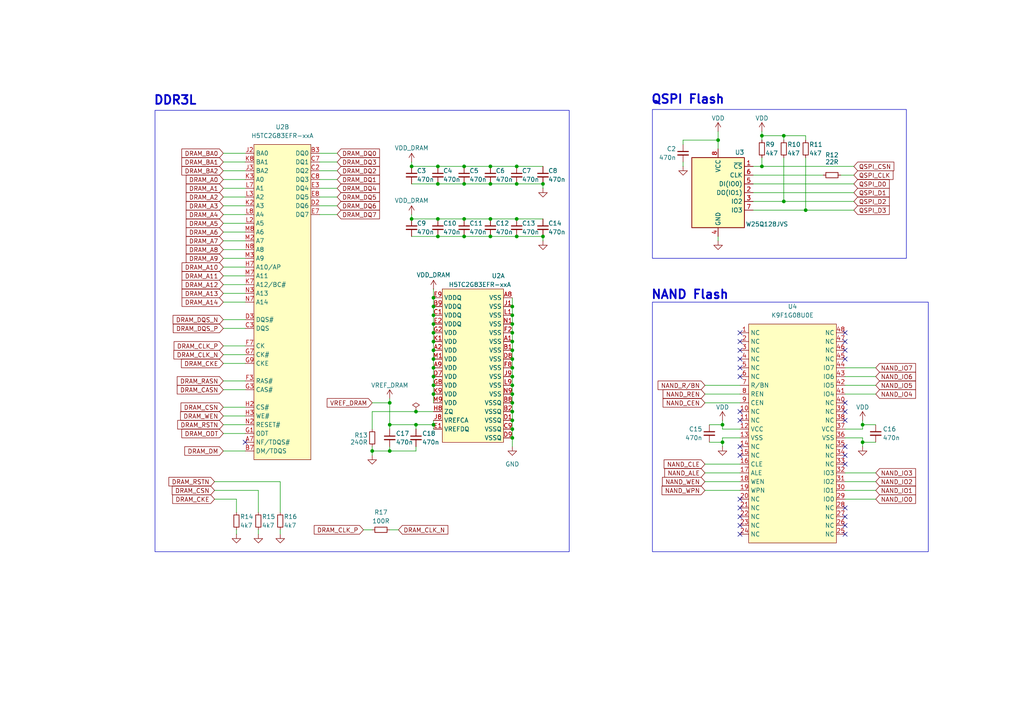
<source format=kicad_sch>
(kicad_sch (version 20231120) (generator "eeschema") (generator_version "8.0")
  (paper "A4")
  (lib_symbols
    (symbol "Device:C_Small" (pin_numbers hide) (pin_names (offset 0.254) hide)
      (property "Reference" "C" (at 0.254 1.778 0))
      (property "Value" "C_Small" (at 0.254 -2.032 0))
      (symbol "C_Small_1_1"
        (pin passive line (at 0 2.54 270) (length 2.032) (name "~") (number "1"))
        (pin passive line (at 0 -2.54 90) (length 2.032) (name "~") (number "2"))
      )
    )
    (symbol "Device:R_Small" (pin_numbers hide) (pin_names (offset 0.254) hide)
      (property "Reference" "R" (at 0.762 0.508 0))
      (property "Value" "R_Small" (at 0.762 -1.016 0))
      (symbol "R_Small_1_1"
        (pin passive line (at 0 2.54 270) (length 0.762) (name "~") (number "1"))
        (pin passive line (at 0 -2.54 90) (length 0.762) (name "~") (number "2"))
      )
    )
    (symbol "H5TC2G83EFR-xxA_1"
      (property "Reference" "U2" (at 8.255 5.08 0))
      (property "Value" "H5TC2G83EFR-xxA" (at 8.255 2.54 0))
      (symbol "H5TC2G83EFR-xxA_1_1_1"
        (pin power_in line (at 20.32 -15.24 180) (length 2.54) (name "VSS") (number "A1"))
        (pin power_in line (at -2.54 -17.78 0) (length 2.54) (name "VDD") (number "A2"))
        (pin no_connect line (at 41.91 -40.64 0) (length 2.54) hide (name "NC") (number "A3"))
        (pin power_in line (at 20.32 -2.54 180) (length 2.54) (name "VSS") (number "A8"))
        (pin power_in line (at -2.54 -22.86 0) (length 2.54) (name "VDD") (number "A9"))
        (pin power_in line (at 20.32 -17.78 180) (length 2.54) (name "VSS") (number "B1"))
        (pin power_in line (at 20.32 -35.56 180) (length 2.54) (name "VSSQ") (number "B2"))
        (pin power_in line (at 20.32 -33.02 180) (length 2.54) (name "VSSQ") (number "B8"))
        (pin power_in line (at -2.54 -5.08 0) (length 2.54) (name "VDDQ") (number "B9"))
        (pin power_in line (at -2.54 -7.62 0) (length 2.54) (name "VDDQ") (number "C1"))
        (pin power_in line (at 20.32 -40.64 180) (length 2.54) (name "VSSQ") (number "C9"))
        (pin power_in line (at 20.32 -38.1 180) (length 2.54) (name "VSSQ") (number "D1"))
        (pin power_in line (at -2.54 -25.4 0) (length 2.54) (name "VDD") (number "D7"))
        (pin power_in line (at 20.32 -20.32 180) (length 2.54) (name "VSS") (number "D8"))
        (pin power_in line (at 20.32 -43.18 180) (length 2.54) (name "VSSQ") (number "D9"))
        (pin power_in line (at -2.54 -40.64 0) (length 2.54) (name "VREFDQ") (number "E1"))
        (pin power_in line (at -2.54 -10.16 0) (length 2.54) (name "VDDQ") (number "E2"))
        (pin power_in line (at -2.54 -2.54 0) (length 2.54) (name "VDDQ") (number "E9"))
        (pin no_connect line (at 41.91 -38.1 0) (length 2.54) hide (name "NC") (number "F1"))
        (pin power_in line (at 20.32 -12.7 180) (length 2.54) (name "VSS") (number "F2"))
        (pin power_in line (at 20.32 -22.86 180) (length 2.54) (name "VSS") (number "F8"))
        (pin no_connect line (at 41.91 -43.18 0) (length 2.54) hide (name "NC") (number "F9"))
        (pin power_in line (at -2.54 -12.7 0) (length 2.54) (name "VDD") (number "G2"))
        (pin power_in line (at -2.54 -27.94 0) (length 2.54) (name "VDD") (number "G8"))
        (pin no_connect line (at 41.91 -35.56 0) (length 2.54) hide (name "NC") (number "H1"))
        (pin power_in line (at -2.54 -35.56 0) (length 2.54) (name "ZQ") (number "H8"))
        (pin no_connect line (at 41.91 -30.48 0) (length 2.54) hide (name "NC") (number "H9"))
        (pin power_in line (at 20.32 -5.08 180) (length 2.54) (name "VSS") (number "J1"))
        (pin no_connect line (at 41.91 -33.02 0) (length 2.54) hide (name "NC") (number "J7"))
        (pin power_in line (at -2.54 -38.1 0) (length 2.54) (name "VREFCA") (number "J8"))
        (pin power_in line (at 20.32 -25.4 180) (length 2.54) (name "VSS") (number "J9"))
        (pin power_in line (at -2.54 -15.24 0) (length 2.54) (name "VDD") (number "K1"))
        (pin power_in line (at -2.54 -30.48 0) (length 2.54) (name "VDD") (number "K9"))
        (pin power_in line (at 20.32 -7.62 180) (length 2.54) (name "VSS") (number "L1"))
        (pin power_in line (at 20.32 -27.94 180) (length 2.54) (name "VSS") (number "L9"))
        (pin power_in line (at -2.54 -20.32 0) (length 2.54) (name "VDD") (number "M1"))
        (pin power_in line (at -2.54 -33.02 0) (length 2.54) (name "VDD") (number "M9"))
        (pin power_in line (at 20.32 -10.16 180) (length 2.54) (name "VSS") (number "N1"))
        (pin power_in line (at 20.32 -30.48 180) (length 2.54) (name "VSS") (number "N9"))
      )
      (symbol "H5TC2G83EFR-xxA_1_2_1"
        (pin input line (at -2.54 -86.36 0) (length 2.54) (name "NF/TDQS#") (number "A7"))
        (pin bidirectional line (at 19.05 -2.54 180) (length 2.54) (name "DQ0") (number "B3"))
        (pin input line (at -2.54 -88.9 0) (length 2.54) (name "DM/TDQS") (number "B7"))
        (pin bidirectional line (at 19.05 -7.62 180) (length 2.54) (name "DQ2") (number "C2"))
        (pin bidirectional line (at -2.54 -53.34 0) (length 2.54) (name "DQS") (number "C3"))
        (pin bidirectional line (at 19.05 -5.08 180) (length 2.54) (name "DQ1") (number "C7"))
        (pin bidirectional line (at 19.05 -10.16 180) (length 2.54) (name "DQ3") (number "C8"))
        (pin bidirectional line (at 19.05 -17.78 180) (length 2.54) (name "DQ6") (number "D2"))
        (pin bidirectional line (at -2.54 -50.8 0) (length 2.54) (name "DQS#") (number "D3"))
        (pin bidirectional line (at 19.05 -12.7 180) (length 2.54) (name "DQ4") (number "E3"))
        (pin bidirectional line (at 19.05 -20.32 180) (length 2.54) (name "DQ7") (number "E7"))
        (pin bidirectional line (at 19.05 -15.24 180) (length 2.54) (name "DQ5") (number "E8"))
        (pin input line (at -2.54 -68.58 0) (length 2.54) (name "RAS#") (number "F3"))
        (pin input line (at -2.54 -58.42 0) (length 2.54) (name "CK") (number "F7"))
        (pin input line (at -2.54 -83.82 0) (length 2.54) (name "ODT") (number "G1"))
        (pin input line (at -2.54 -71.12 0) (length 2.54) (name "CAS#") (number "G3"))
        (pin input line (at -2.54 -60.96 0) (length 2.54) (name "CK#") (number "G7"))
        (pin input line (at -2.54 -63.5 0) (length 2.54) (name "CKE") (number "G9"))
        (pin input line (at -2.54 -76.2 0) (length 2.54) (name "CS#") (number "H2"))
        (pin input line (at -2.54 -78.74 0) (length 2.54) (name "WE#") (number "H3"))
        (pin input line (at -2.54 -35.56 0) (length 2.54) (name "A10/AP") (number "H7"))
        (pin input line (at -2.54 -2.54 0) (length 2.54) (name "BA0") (number "J2"))
        (pin input line (at -2.54 -7.62 0) (length 2.54) (name "BA2") (number "J3"))
        (pin input line (at -2.54 -17.78 0) (length 2.54) (name "A3") (number "K2"))
        (pin input line (at -2.54 -10.16 0) (length 2.54) (name "A0") (number "K3"))
        (pin input line (at -2.54 -40.64 0) (length 2.54) (name "A12/BC#") (number "K7"))
        (pin input line (at -2.54 -5.08 0) (length 2.54) (name "BA1") (number "K8"))
        (pin input line (at -2.54 -22.86 0) (length 2.54) (name "A5") (number "L2"))
        (pin input line (at -2.54 -15.24 0) (length 2.54) (name "A2") (number "L3"))
        (pin input line (at -2.54 -12.7 0) (length 2.54) (name "A1") (number "L7"))
        (pin input line (at -2.54 -20.32 0) (length 2.54) (name "A4") (number "L8"))
        (pin input line (at -2.54 -27.94 0) (length 2.54) (name "A7") (number "M2"))
        (pin input line (at -2.54 -33.02 0) (length 2.54) (name "A9") (number "M3"))
        (pin input line (at -2.54 -38.1 0) (length 2.54) (name "A11") (number "M7"))
        (pin input line (at -2.54 -25.4 0) (length 2.54) (name "A6") (number "M8"))
        (pin input line (at -2.54 -81.28 0) (length 2.54) (name "RESET#") (number "N2"))
        (pin input line (at -2.54 -43.18 0) (length 2.54) (name "A13") (number "N3"))
        (pin input line (at -2.54 -45.72 0) (length 2.54) (name "A14") (number "N7"))
        (pin input line (at -2.54 -30.48 0) (length 2.54) (name "A8") (number "N8"))
      )
    )
    (symbol "H5TC:H5TC2G83EFR-xxA"
      (property "Reference" "U2" (at 8.255 5.08 0))
      (property "Value" "H5TC2G83EFR-xxA" (at 8.255 2.54 0))
      (symbol "H5TC2G83EFR-xxA_1_1"
        (pin power_in line (at 20.32 -15.24 180) (length 2.54) (name "VSS") (number "A1"))
        (pin power_in line (at -2.54 -17.78 0) (length 2.54) (name "VDD") (number "A2"))
        (pin no_connect line (at 41.91 -40.64 0) (length 2.54) hide (name "NC") (number "A3"))
        (pin power_in line (at 20.32 -2.54 180) (length 2.54) (name "VSS") (number "A8"))
        (pin power_in line (at -2.54 -22.86 0) (length 2.54) (name "VDD") (number "A9"))
        (pin power_in line (at 20.32 -17.78 180) (length 2.54) (name "VSS") (number "B1"))
        (pin power_in line (at 20.32 -35.56 180) (length 2.54) (name "VSSQ") (number "B2"))
        (pin power_in line (at 20.32 -33.02 180) (length 2.54) (name "VSSQ") (number "B8"))
        (pin power_in line (at -2.54 -5.08 0) (length 2.54) (name "VDDQ") (number "B9"))
        (pin power_in line (at -2.54 -7.62 0) (length 2.54) (name "VDDQ") (number "C1"))
        (pin power_in line (at 20.32 -40.64 180) (length 2.54) (name "VSSQ") (number "C9"))
        (pin power_in line (at 20.32 -38.1 180) (length 2.54) (name "VSSQ") (number "D1"))
        (pin power_in line (at -2.54 -25.4 0) (length 2.54) (name "VDD") (number "D7"))
        (pin power_in line (at 20.32 -20.32 180) (length 2.54) (name "VSS") (number "D8"))
        (pin power_in line (at 20.32 -43.18 180) (length 2.54) (name "VSSQ") (number "D9"))
        (pin power_in line (at -2.54 -40.64 0) (length 2.54) (name "VREFDQ") (number "E1"))
        (pin power_in line (at -2.54 -10.16 0) (length 2.54) (name "VDDQ") (number "E2"))
        (pin power_in line (at -2.54 -2.54 0) (length 2.54) (name "VDDQ") (number "E9"))
        (pin no_connect line (at 41.91 -38.1 0) (length 2.54) hide (name "NC") (number "F1"))
        (pin power_in line (at 20.32 -12.7 180) (length 2.54) (name "VSS") (number "F2"))
        (pin power_in line (at 20.32 -22.86 180) (length 2.54) (name "VSS") (number "F8"))
        (pin no_connect line (at 41.91 -43.18 0) (length 2.54) hide (name "NC") (number "F9"))
        (pin power_in line (at -2.54 -12.7 0) (length 2.54) (name "VDD") (number "G2"))
        (pin power_in line (at -2.54 -27.94 0) (length 2.54) (name "VDD") (number "G8"))
        (pin no_connect line (at 41.91 -35.56 0) (length 2.54) hide (name "NC") (number "H1"))
        (pin power_in line (at -2.54 -35.56 0) (length 2.54) (name "ZQ") (number "H8"))
        (pin no_connect line (at 41.91 -30.48 0) (length 2.54) hide (name "NC") (number "H9"))
        (pin power_in line (at 20.32 -5.08 180) (length 2.54) (name "VSS") (number "J1"))
        (pin no_connect line (at 41.91 -33.02 0) (length 2.54) hide (name "NC") (number "J7"))
        (pin power_in line (at -2.54 -38.1 0) (length 2.54) (name "VREFCA") (number "J8"))
        (pin power_in line (at 20.32 -25.4 180) (length 2.54) (name "VSS") (number "J9"))
        (pin power_in line (at -2.54 -15.24 0) (length 2.54) (name "VDD") (number "K1"))
        (pin power_in line (at -2.54 -30.48 0) (length 2.54) (name "VDD") (number "K9"))
        (pin power_in line (at 20.32 -7.62 180) (length 2.54) (name "VSS") (number "L1"))
        (pin power_in line (at 20.32 -27.94 180) (length 2.54) (name "VSS") (number "L9"))
        (pin power_in line (at -2.54 -20.32 0) (length 2.54) (name "VDD") (number "M1"))
        (pin power_in line (at -2.54 -33.02 0) (length 2.54) (name "VDD") (number "M9"))
        (pin power_in line (at 20.32 -10.16 180) (length 2.54) (name "VSS") (number "N1"))
        (pin power_in line (at 20.32 -30.48 180) (length 2.54) (name "VSS") (number "N9"))
      )
      (symbol "H5TC2G83EFR-xxA_2_1"
        (pin input line (at -2.54 -86.36 0) (length 2.54) (name "NF/TDQS#") (number "A7"))
        (pin bidirectional line (at 19.05 -2.54 180) (length 2.54) (name "DQ0") (number "B3"))
        (pin input line (at -2.54 -88.9 0) (length 2.54) (name "DM/TDQS") (number "B7"))
        (pin bidirectional line (at 19.05 -7.62 180) (length 2.54) (name "DQ2") (number "C2"))
        (pin bidirectional line (at -2.54 -53.34 0) (length 2.54) (name "DQS") (number "C3"))
        (pin bidirectional line (at 19.05 -5.08 180) (length 2.54) (name "DQ1") (number "C7"))
        (pin bidirectional line (at 19.05 -10.16 180) (length 2.54) (name "DQ3") (number "C8"))
        (pin bidirectional line (at 19.05 -17.78 180) (length 2.54) (name "DQ6") (number "D2"))
        (pin bidirectional line (at -2.54 -50.8 0) (length 2.54) (name "DQS#") (number "D3"))
        (pin bidirectional line (at 19.05 -12.7 180) (length 2.54) (name "DQ4") (number "E3"))
        (pin bidirectional line (at 19.05 -20.32 180) (length 2.54) (name "DQ7") (number "E7"))
        (pin bidirectional line (at 19.05 -15.24 180) (length 2.54) (name "DQ5") (number "E8"))
        (pin input line (at -2.54 -68.58 0) (length 2.54) (name "RAS#") (number "F3"))
        (pin input line (at -2.54 -58.42 0) (length 2.54) (name "CK") (number "F7"))
        (pin input line (at -2.54 -83.82 0) (length 2.54) (name "ODT") (number "G1"))
        (pin input line (at -2.54 -71.12 0) (length 2.54) (name "CAS#") (number "G3"))
        (pin input line (at -2.54 -60.96 0) (length 2.54) (name "CK#") (number "G7"))
        (pin input line (at -2.54 -63.5 0) (length 2.54) (name "CKE") (number "G9"))
        (pin input line (at -2.54 -76.2 0) (length 2.54) (name "CS#") (number "H2"))
        (pin input line (at -2.54 -78.74 0) (length 2.54) (name "WE#") (number "H3"))
        (pin input line (at -2.54 -35.56 0) (length 2.54) (name "A10/AP") (number "H7"))
        (pin input line (at -2.54 -2.54 0) (length 2.54) (name "BA0") (number "J2"))
        (pin input line (at -2.54 -7.62 0) (length 2.54) (name "BA2") (number "J3"))
        (pin input line (at -2.54 -17.78 0) (length 2.54) (name "A3") (number "K2"))
        (pin input line (at -2.54 -10.16 0) (length 2.54) (name "A0") (number "K3"))
        (pin input line (at -2.54 -40.64 0) (length 2.54) (name "A12/BC#") (number "K7"))
        (pin input line (at -2.54 -5.08 0) (length 2.54) (name "BA1") (number "K8"))
        (pin input line (at -2.54 -22.86 0) (length 2.54) (name "A5") (number "L2"))
        (pin input line (at -2.54 -15.24 0) (length 2.54) (name "A2") (number "L3"))
        (pin input line (at -2.54 -12.7 0) (length 2.54) (name "A1") (number "L7"))
        (pin input line (at -2.54 -20.32 0) (length 2.54) (name "A4") (number "L8"))
        (pin input line (at -2.54 -27.94 0) (length 2.54) (name "A7") (number "M2"))
        (pin input line (at -2.54 -33.02 0) (length 2.54) (name "A9") (number "M3"))
        (pin input line (at -2.54 -38.1 0) (length 2.54) (name "A11") (number "M7"))
        (pin input line (at -2.54 -25.4 0) (length 2.54) (name "A6") (number "M8"))
        (pin input line (at -2.54 -81.28 0) (length 2.54) (name "RESET#") (number "N2"))
        (pin input line (at -2.54 -43.18 0) (length 2.54) (name "A13") (number "N3"))
        (pin input line (at -2.54 -45.72 0) (length 2.54) (name "A14") (number "N7"))
        (pin input line (at -2.54 -30.48 0) (length 2.54) (name "A8") (number "N8"))
      )
    )
    (symbol "Memory_Flash:K9F1G08U0E"
      (property "Reference" "U?" (at 23.622 1.778 0))
      (property "Value" "K9F1G08U0E" (at 19.558 -64.77 0))
      (symbol "K9F1G08U0E_1_1"
        (pin input line (at -2.54 -2.54 0) (length 2.54) (name "NC") (number "1"))
        (pin input line (at -2.54 -25.4 0) (length 2.54) (name "NC") (number "10"))
        (pin input line (at -2.54 -27.94 0) (length 2.54) (name "NC") (number "11"))
        (pin input line (at -2.54 -30.48 0) (length 2.54) (name "VCC") (number "12"))
        (pin input line (at -2.54 -33.02 0) (length 2.54) (name "VSS") (number "13"))
        (pin input line (at -2.54 -35.56 0) (length 2.54) (name "NC") (number "14"))
        (pin input line (at -2.54 -38.1 0) (length 2.54) (name "NC") (number "15"))
        (pin input line (at -2.54 -40.64 0) (length 2.54) (name "CLE") (number "16"))
        (pin input line (at -2.54 -43.18 0) (length 2.54) (name "ALE") (number "17"))
        (pin input line (at -2.54 -45.72 0) (length 2.54) (name "WEN") (number "18"))
        (pin input line (at -2.54 -48.26 0) (length 2.54) (name "WPN") (number "19"))
        (pin input line (at -2.54 -5.08 0) (length 2.54) (name "NC") (number "2"))
        (pin input line (at -2.54 -50.8 0) (length 2.54) (name "NC") (number "20"))
        (pin input line (at -2.54 -53.34 0) (length 2.54) (name "NC") (number "21"))
        (pin input line (at -2.54 -55.88 0) (length 2.54) (name "NC") (number "22"))
        (pin input line (at -2.54 -58.42 0) (length 2.54) (name "NC") (number "23"))
        (pin input line (at -2.54 -60.96 0) (length 2.54) (name "NC") (number "24"))
        (pin input line (at 27.94 -60.96 180) (length 2.54) (name "NC") (number "25"))
        (pin input line (at 27.94 -58.42 180) (length 2.54) (name "NC") (number "26"))
        (pin input line (at 27.94 -55.88 180) (length 2.54) (name "NC") (number "27"))
        (pin input line (at 27.94 -53.34 180) (length 2.54) (name "NC") (number "28"))
        (pin input line (at 27.94 -50.8 180) (length 2.54) (name "IO0") (number "29"))
        (pin input line (at -2.54 -7.62 0) (length 2.54) (name "NC") (number "3"))
        (pin input line (at 27.94 -48.26 180) (length 2.54) (name "IO1") (number "30"))
        (pin input line (at 27.94 -45.72 180) (length 2.54) (name "IO2") (number "31"))
        (pin input line (at 27.94 -43.18 180) (length 2.54) (name "IO3") (number "32"))
        (pin input line (at 27.94 -40.64 180) (length 2.54) (name "NC") (number "33"))
        (pin input line (at 27.94 -38.1 180) (length 2.54) (name "NC") (number "34"))
        (pin input line (at 27.94 -35.56 180) (length 2.54) (name "NC") (number "35"))
        (pin input line (at 27.94 -33.02 180) (length 2.54) (name "VSS") (number "36"))
        (pin input line (at 27.94 -30.48 180) (length 2.54) (name "VCC") (number "37"))
        (pin input line (at 27.94 -27.94 180) (length 2.54) (name "NC") (number "38"))
        (pin input line (at 27.94 -25.4 180) (length 2.54) (name "NC") (number "39"))
        (pin input line (at -2.54 -10.16 0) (length 2.54) (name "NC") (number "4"))
        (pin input line (at 27.94 -22.86 180) (length 2.54) (name "NC") (number "40"))
        (pin input line (at 27.94 -20.32 180) (length 2.54) (name "IO4") (number "41"))
        (pin input line (at 27.94 -17.78 180) (length 2.54) (name "IO5") (number "42"))
        (pin input line (at 27.94 -15.24 180) (length 2.54) (name "IO6") (number "43"))
        (pin input line (at 27.94 -12.7 180) (length 2.54) (name "IO7") (number "44"))
        (pin input line (at 27.94 -10.16 180) (length 2.54) (name "NC") (number "45"))
        (pin input line (at 27.94 -7.62 180) (length 2.54) (name "NC") (number "46"))
        (pin input line (at 27.94 -5.08 180) (length 2.54) (name "NC") (number "47"))
        (pin input line (at 27.94 -2.54 180) (length 2.54) (name "NC") (number "48"))
        (pin input line (at -2.54 -12.7 0) (length 2.54) (name "NC") (number "5"))
        (pin input line (at -2.54 -15.24 0) (length 2.54) (name "NC") (number "6"))
        (pin input line (at -2.54 -17.78 0) (length 2.54) (name "R/BN") (number "7"))
        (pin input line (at -2.54 -20.32 0) (length 2.54) (name "REN") (number "8"))
        (pin input line (at -2.54 -22.86 0) (length 2.54) (name "CEN") (number "9"))
      )
    )
    (symbol "Memory_Flash:W25Q128JVS"
      (property "Reference" "U" (at -6.35 11.43 0))
      (property "Value" "W25Q128JVS" (at 7.62 11.43 0))
      (symbol "W25Q128JVS_1_1"
        (pin input line (at -10.16 7.62 0) (length 2.54) (name "~{CS}") (number "1"))
        (pin bidirectional line (at -10.16 0 0) (length 2.54) (name "DO(IO1)") (number "2"))
        (pin bidirectional line (at -10.16 -2.54 0) (length 2.54) (name "IO2") (number "3"))
        (pin power_in line (at 0 -12.7 90) (length 2.54) (name "GND") (number "4"))
        (pin bidirectional line (at -10.16 2.54 0) (length 2.54) (name "DI(IO0)") (number "5"))
        (pin input line (at -10.16 5.08 0) (length 2.54) (name "CLK") (number "6"))
        (pin bidirectional line (at -10.16 -5.08 0) (length 2.54) (name "IO3") (number "7"))
        (pin power_in line (at 0 12.7 270) (length 2.54) (name "VCC") (number "8"))
      )
    )
    (symbol "power:+3V3" (power) (pin_numbers hide) (pin_names (offset 0) hide)
      (property "Value" "+3V3" (at 0 3.556 0))
      (symbol "+3V3_1_1"
        (pin power_in line (at 0 0 90) (length 0) (name "~") (number "1"))
      )
    )
    (symbol "power:GND" (power) (pin_numbers hide) (pin_names (offset 0) hide)
      (property "Value" "GND" (at 0 -3.81 0))
      (symbol "GND_1_1"
        (pin power_in line (at 0 0 270) (length 0) (name "~") (number "1"))
      )
    )
    (symbol "power:PWR_FLAG" (power) (pin_numbers hide) (pin_names (offset 0) hide)
      (property "Value" "PWR_FLAG" (at 0 3.81 0))
      (symbol "PWR_FLAG_0_0"
        (pin power_out line (at 0 0 90) (length 0) (name "~") (number "1"))
      )
    )
    (symbol "power:VCC" (power) (pin_numbers hide) (pin_names (offset 0) hide)
      (property "Value" "VCC" (at 0 3.556 0))
      (symbol "VCC_1_1"
        (pin power_in line (at 0 0 90) (length 0) (name "~") (number "1"))
      )
    )
    (symbol "power:VDD" (power) (pin_numbers hide) (pin_names (offset 0) hide)
      (property "Value" "VDD" (at 0 3.556 0))
      (symbol "VDD_1_1"
        (pin power_in line (at 0 0 90) (length 0) (name "~") (number "1"))
      )
    )
  )
  (junction (at 227.33 58.42))
  (junction (at 134.62 48.26))
  (junction (at 148.59 119.38))
  (junction (at 149.86 48.26))
  (junction (at 148.59 99.06))
  (junction (at 149.86 53.34))
  (junction (at 113.03 130.81))
  (junction (at 250.19 123.19))
  (junction (at 125.73 101.6))
  (junction (at 148.59 116.84))
  (junction (at 142.24 68.58))
  (junction (at 134.62 63.5))
  (junction (at 125.73 109.22))
  (junction (at 125.73 99.06))
  (junction (at 148.59 91.44))
  (junction (at 127 68.58))
  (junction (at 220.98 39.37))
  (junction (at 148.59 96.52))
  (junction (at 233.68 60.96))
  (junction (at 113.03 116.84))
  (junction (at 120.65 123.19))
  (junction (at 127 63.5))
  (junction (at 127 53.34))
  (junction (at 157.48 53.34))
  (junction (at 208.28 40.64))
  (junction (at 148.59 93.98))
  (junction (at 113.03 123.19))
  (junction (at 250.19 128.27))
  (junction (at 125.73 96.52))
  (junction (at 148.59 121.92))
  (junction (at 157.48 68.58))
  (junction (at 148.59 124.46))
  (junction (at 134.62 68.58))
  (junction (at 127 48.26))
  (junction (at 107.95 130.81))
  (junction (at 148.59 109.22))
  (junction (at 134.62 53.34))
  (junction (at 149.86 68.58))
  (junction (at 148.59 114.3))
  (junction (at 148.59 106.68))
  (junction (at 125.73 88.9))
  (junction (at 220.98 48.26))
  (junction (at 148.59 127))
  (junction (at 119.38 48.26))
  (junction (at 125.73 91.44))
  (junction (at 125.73 86.36))
  (junction (at 125.73 123.19))
  (junction (at 209.55 128.27))
  (junction (at 148.59 88.9))
  (junction (at 142.24 53.34))
  (junction (at 125.73 104.14))
  (junction (at 148.59 101.6))
  (junction (at 125.73 111.76))
  (junction (at 119.38 63.5))
  (junction (at 125.73 114.3))
  (junction (at 142.24 63.5))
  (junction (at 142.24 48.26))
  (junction (at 148.59 104.14))
  (junction (at 209.55 123.19))
  (junction (at 125.73 93.98))
  (junction (at 149.86 63.5))
  (junction (at 120.65 119.38))
  (junction (at 227.33 39.37))
  (junction (at 148.59 111.76))
  (junction (at 125.73 106.68))
  (no_connect (at 245.11 96.52))
  (no_connect (at 214.63 152.4))
  (no_connect (at 245.11 101.6))
  (no_connect (at 245.11 132.08))
  (no_connect (at 245.11 154.94))
  (no_connect (at 245.11 152.4))
  (no_connect (at 245.11 129.54))
  (no_connect (at 214.63 147.32))
  (no_connect (at 214.63 96.52))
  (no_connect (at 245.11 104.14))
  (no_connect (at 245.11 119.38))
  (no_connect (at 245.11 149.86))
  (no_connect (at 214.63 144.78))
  (no_connect (at 214.63 104.14))
  (no_connect (at 245.11 134.62))
  (no_connect (at 214.63 99.06))
  (no_connect (at 245.11 147.32))
  (no_connect (at 245.11 116.84))
  (no_connect (at 214.63 149.86))
  (no_connect (at 214.63 132.08))
  (no_connect (at 214.63 121.92))
  (no_connect (at 214.63 119.38))
  (no_connect (at 214.63 101.6))
  (no_connect (at 245.11 99.06))
  (no_connect (at 245.11 121.92))
  (no_connect (at 71.12 128.27))
  (no_connect (at 214.63 154.94))
  (no_connect (at 214.63 129.54))
  (no_connect (at 214.63 109.22))
  (no_connect (at 214.63 106.68))
  (wire (pts (xy 227.33 39.37) (xy 233.68 39.37)))
  (wire (pts (xy 64.77 77.47) (xy 71.12 77.47)))
  (wire (pts (xy 208.28 40.64) (xy 208.28 43.18)))
  (wire (pts (xy 148.59 96.52) (xy 148.59 99.06)))
  (wire (pts (xy 148.59 91.44) (xy 148.59 93.98)))
  (wire (pts (xy 68.58 153.67) (xy 68.58 154.94)))
  (wire (pts (xy 125.73 93.98) (xy 125.73 96.52)))
  (wire (pts (xy 81.28 139.7) (xy 62.23 139.7)))
  (wire (pts (xy 218.44 58.42) (xy 227.33 58.42)))
  (wire (pts (xy 119.38 46.99) (xy 119.38 48.26)))
  (wire (pts (xy 125.73 109.22) (xy 125.73 111.76)))
  (wire (pts (xy 125.73 99.06) (xy 125.73 101.6)))
  (wire (pts (xy 157.48 53.34) (xy 157.48 54.61)))
  (wire (pts (xy 204.47 137.16) (xy 214.63 137.16)))
  (wire (pts (xy 233.68 40.64) (xy 233.68 39.37)))
  (wire (pts (xy 218.44 53.34) (xy 247.65 53.34)))
  (wire (pts (xy 81.28 153.67) (xy 81.28 154.94)))
  (wire (pts (xy 204.47 116.84) (xy 214.63 116.84)))
  (wire (pts (xy 64.77 125.73) (xy 71.12 125.73)))
  (wire (pts (xy 125.73 83.82) (xy 125.73 86.36)))
  (wire (pts (xy 64.77 95.25) (xy 71.12 95.25)))
  (wire (pts (xy 125.73 91.44) (xy 125.73 93.98)))
  (wire (pts (xy 64.77 100.33) (xy 71.12 100.33)))
  (wire (pts (xy 113.03 129.54) (xy 113.03 130.81)))
  (wire (pts (xy 209.55 127) (xy 214.63 127)))
  (wire (pts (xy 205.74 128.27) (xy 209.55 128.27)))
  (wire (pts (xy 227.33 58.42) (xy 247.65 58.42)))
  (wire (pts (xy 119.38 62.23) (xy 119.38 63.5)))
  (wire (pts (xy 97.79 54.61) (xy 92.71 54.61)))
  (wire (pts (xy 64.77 67.31) (xy 71.12 67.31)))
  (wire (pts (xy 233.68 45.72) (xy 233.68 60.96)))
  (wire (pts (xy 125.73 88.9) (xy 125.73 91.44)))
  (wire (pts (xy 97.79 59.69) (xy 92.71 59.69)))
  (wire (pts (xy 218.44 50.8) (xy 238.76 50.8)))
  (wire (pts (xy 97.79 57.15) (xy 92.71 57.15)))
  (wire (pts (xy 125.73 86.36) (xy 125.73 88.9)))
  (wire (pts (xy 148.59 119.38) (xy 148.59 121.92)))
  (wire (pts (xy 64.77 105.41) (xy 71.12 105.41)))
  (wire (pts (xy 220.98 48.26) (xy 247.65 48.26)))
  (wire (pts (xy 209.55 124.46) (xy 214.63 124.46)))
  (wire (pts (xy 250.19 128.27) (xy 254 128.27)))
  (wire (pts (xy 125.73 123.19) (xy 120.65 123.19)))
  (wire (pts (xy 148.59 99.06) (xy 148.59 101.6)))
  (wire (pts (xy 119.38 53.34) (xy 127 53.34)))
  (wire (pts (xy 218.44 48.26) (xy 220.98 48.26)))
  (wire (pts (xy 107.95 116.84) (xy 113.03 116.84)))
  (wire (pts (xy 97.79 49.53) (xy 92.71 49.53)))
  (wire (pts (xy 64.77 59.69) (xy 71.12 59.69)))
  (wire (pts (xy 120.65 129.54) (xy 120.65 130.81)))
  (wire (pts (xy 148.59 124.46) (xy 148.59 127)))
  (wire (pts (xy 113.03 115.57) (xy 113.03 116.84)))
  (wire (pts (xy 209.55 121.92) (xy 209.55 123.19)))
  (wire (pts (xy 198.12 46.99) (xy 198.12 48.26)))
  (wire (pts (xy 64.77 74.93) (xy 71.12 74.93)))
  (wire (pts (xy 64.77 82.55) (xy 71.12 82.55)))
  (wire (pts (xy 250.19 123.19) (xy 254 123.19)))
  (wire (pts (xy 107.95 119.38) (xy 120.65 119.38)))
  (wire (pts (xy 250.19 121.92) (xy 250.19 123.19)))
  (wire (pts (xy 97.79 52.07) (xy 92.71 52.07)))
  (wire (pts (xy 125.73 114.3) (xy 125.73 116.84)))
  (wire (pts (xy 120.65 130.81) (xy 113.03 130.81)))
  (wire (pts (xy 148.59 116.84) (xy 148.59 119.38)))
  (wire (pts (xy 64.77 52.07) (xy 71.12 52.07)))
  (wire (pts (xy 113.03 153.67) (xy 115.57 153.67)))
  (wire (pts (xy 120.65 123.19) (xy 113.03 123.19)))
  (wire (pts (xy 227.33 45.72) (xy 227.33 58.42)))
  (wire (pts (xy 64.77 92.71) (xy 71.12 92.71)))
  (wire (pts (xy 107.95 124.46) (xy 107.95 119.38)))
  (wire (pts (xy 204.47 114.3) (xy 214.63 114.3)))
  (wire (pts (xy 220.98 38.1) (xy 220.98 39.37)))
  (wire (pts (xy 254 139.7) (xy 245.11 139.7)))
  (wire (pts (xy 120.65 119.38) (xy 125.73 119.38)))
  (wire (pts (xy 250.19 128.27) (xy 250.19 127)))
  (wire (pts (xy 250.19 129.54) (xy 250.19 128.27)))
  (wire (pts (xy 204.47 142.24) (xy 214.63 142.24)))
  (wire (pts (xy 148.59 93.98) (xy 148.59 96.52)))
  (wire (pts (xy 254 114.3) (xy 245.11 114.3)))
  (wire (pts (xy 127 48.26) (xy 134.62 48.26)))
  (wire (pts (xy 125.73 96.52) (xy 125.73 99.06)))
  (wire (pts (xy 64.77 46.99) (xy 71.12 46.99)))
  (wire (pts (xy 243.84 50.8) (xy 247.65 50.8)))
  (wire (pts (xy 148.59 86.36) (xy 148.59 88.9)))
  (wire (pts (xy 250.19 124.46) (xy 245.11 124.46)))
  (wire (pts (xy 97.79 44.45) (xy 92.71 44.45)))
  (wire (pts (xy 64.77 62.23) (xy 71.12 62.23)))
  (wire (pts (xy 198.12 40.64) (xy 208.28 40.64)))
  (wire (pts (xy 220.98 45.72) (xy 220.98 48.26)))
  (wire (pts (xy 148.59 101.6) (xy 148.59 104.14)))
  (wire (pts (xy 148.59 109.22) (xy 148.59 111.76)))
  (wire (pts (xy 127 63.5) (xy 134.62 63.5)))
  (wire (pts (xy 113.03 124.46) (xy 113.03 123.19)))
  (wire (pts (xy 208.28 38.1) (xy 208.28 40.64)))
  (wire (pts (xy 125.73 123.19) (xy 125.73 124.46)))
  (wire (pts (xy 142.24 68.58) (xy 149.86 68.58)))
  (wire (pts (xy 64.77 80.01) (xy 71.12 80.01)))
  (wire (pts (xy 142.24 53.34) (xy 149.86 53.34)))
  (wire (pts (xy 227.33 39.37) (xy 227.33 40.64)))
  (wire (pts (xy 107.95 129.54) (xy 107.95 130.81)))
  (wire (pts (xy 119.38 68.58) (xy 127 68.58)))
  (wire (pts (xy 208.28 68.58) (xy 208.28 69.85)))
  (wire (pts (xy 218.44 55.88) (xy 247.65 55.88)))
  (wire (pts (xy 127 53.34) (xy 134.62 53.34)))
  (wire (pts (xy 220.98 39.37) (xy 227.33 39.37)))
  (wire (pts (xy 250.19 127) (xy 245.11 127)))
  (wire (pts (xy 64.77 44.45) (xy 71.12 44.45)))
  (wire (pts (xy 64.77 69.85) (xy 71.12 69.85)))
  (wire (pts (xy 233.68 60.96) (xy 247.65 60.96)))
  (wire (pts (xy 68.58 144.78) (xy 62.23 144.78)))
  (wire (pts (xy 64.77 118.11) (xy 71.12 118.11)))
  (wire (pts (xy 97.79 46.99) (xy 92.71 46.99)))
  (wire (pts (xy 254 111.76) (xy 245.11 111.76)))
  (wire (pts (xy 125.73 123.19) (xy 125.73 121.92)))
  (wire (pts (xy 149.86 53.34) (xy 157.48 53.34)))
  (wire (pts (xy 64.77 113.03) (xy 71.12 113.03)))
  (wire (pts (xy 204.47 134.62) (xy 214.63 134.62)))
  (wire (pts (xy 64.77 130.81) (xy 71.12 130.81)))
  (wire (pts (xy 64.77 123.19) (xy 71.12 123.19)))
  (wire (pts (xy 157.48 68.58) (xy 157.48 69.85)))
  (wire (pts (xy 209.55 128.27) (xy 209.55 127)))
  (wire (pts (xy 105.41 153.67) (xy 107.95 153.67)))
  (wire (pts (xy 204.47 111.76) (xy 214.63 111.76)))
  (wire (pts (xy 74.93 142.24) (xy 74.93 148.59)))
  (wire (pts (xy 134.62 68.58) (xy 142.24 68.58)))
  (wire (pts (xy 204.47 139.7) (xy 214.63 139.7)))
  (wire (pts (xy 119.38 48.26) (xy 127 48.26)))
  (wire (pts (xy 64.77 87.63) (xy 71.12 87.63)))
  (wire (pts (xy 254 109.22) (xy 245.11 109.22)))
  (wire (pts (xy 142.24 63.5) (xy 149.86 63.5)))
  (wire (pts (xy 149.86 48.26) (xy 157.48 48.26)))
  (wire (pts (xy 64.77 110.49) (xy 71.12 110.49)))
  (wire (pts (xy 205.74 123.19) (xy 209.55 123.19)))
  (wire (pts (xy 64.77 64.77) (xy 71.12 64.77)))
  (wire (pts (xy 125.73 101.6) (xy 125.73 104.14)))
  (wire (pts (xy 107.95 130.81) (xy 113.03 130.81)))
  (wire (pts (xy 134.62 63.5) (xy 142.24 63.5)))
  (wire (pts (xy 148.59 127) (xy 148.59 129.54)))
  (wire (pts (xy 198.12 40.64) (xy 198.12 41.91)))
  (wire (pts (xy 64.77 120.65) (xy 71.12 120.65)))
  (wire (pts (xy 220.98 39.37) (xy 220.98 40.64)))
  (wire (pts (xy 148.59 88.9) (xy 148.59 91.44)))
  (wire (pts (xy 119.38 63.5) (xy 127 63.5)))
  (wire (pts (xy 81.28 139.7) (xy 81.28 148.59)))
  (wire (pts (xy 97.79 62.23) (xy 92.71 62.23)))
  (wire (pts (xy 148.59 106.68) (xy 148.59 109.22)))
  (wire (pts (xy 127 68.58) (xy 134.62 68.58)))
  (wire (pts (xy 254 144.78) (xy 245.11 144.78)))
  (wire (pts (xy 64.77 49.53) (xy 71.12 49.53)))
  (wire (pts (xy 64.77 57.15) (xy 71.12 57.15)))
  (wire (pts (xy 218.44 60.96) (xy 233.68 60.96)))
  (wire (pts (xy 142.24 48.26) (xy 149.86 48.26)))
  (wire (pts (xy 120.65 123.19) (xy 120.65 124.46)))
  (wire (pts (xy 209.55 123.19) (xy 209.55 124.46)))
  (wire (pts (xy 125.73 111.76) (xy 125.73 114.3)))
  (wire (pts (xy 74.93 153.67) (xy 74.93 154.94)))
  (wire (pts (xy 148.59 121.92) (xy 148.59 124.46)))
  (wire (pts (xy 149.86 68.58) (xy 157.48 68.58)))
  (wire (pts (xy 64.77 54.61) (xy 71.12 54.61)))
  (wire (pts (xy 64.77 102.87) (xy 71.12 102.87)))
  (wire (pts (xy 113.03 116.84) (xy 113.03 123.19)))
  (wire (pts (xy 250.19 123.19) (xy 250.19 124.46)))
  (wire (pts (xy 125.73 106.68) (xy 125.73 109.22)))
  (wire (pts (xy 148.59 104.14) (xy 148.59 106.68)))
  (wire (pts (xy 148.59 111.76) (xy 148.59 114.3)))
  (wire (pts (xy 134.62 53.34) (xy 142.24 53.34)))
  (wire (pts (xy 148.59 114.3) (xy 148.59 116.84)))
  (wire (pts (xy 107.95 130.81) (xy 107.95 132.08)))
  (wire (pts (xy 68.58 144.78) (xy 68.58 148.59)))
  (wire (pts (xy 149.86 63.5) (xy 157.48 63.5)))
  (wire (pts (xy 62.23 142.24) (xy 74.93 142.24)))
  (wire (pts (xy 134.62 48.26) (xy 142.24 48.26)))
  (wire (pts (xy 64.77 72.39) (xy 71.12 72.39)))
  (wire (pts (xy 254 106.68) (xy 245.11 106.68)))
  (wire (pts (xy 64.77 85.09) (xy 71.12 85.09)))
  (wire (pts (xy 209.55 129.54) (xy 209.55 128.27)))
  (wire (pts (xy 125.73 104.14) (xy 125.73 106.68)))
  (wire (pts (xy 254 142.24) (xy 245.11 142.24)))
  (wire (pts (xy 254 137.16) (xy 245.11 137.16)))
  (rectangle (start 189.23 31.75) (end 262.89 74.93))
  (rectangle (start 44.958 32.004) (end 165.1 160.02))
  (rectangle (start 189.23 87.63) (end 269.24 160.02))
  (text "QSPI Flash" (at 188.722 28.956 0) (effects (font (size 2.54 2.54) (thickness 0.508) (bold yes)) (justify left)))
  (text "DDR3L" (at 44.45 29.21 0) (effects (font (size 2.54 2.54) (thickness 0.508) (bold yes)) (justify left)))
  (text "NAND Flash" (at 188.722 85.598 0) (effects (font (size 2.54 2.54) (thickness 0.508) (bold yes)) (justify left)))
  (global_label "DRAM_DQ4" (shape input) (at 97.79 54.61 0) (property "Intersheetrefs" "${INTERSHEET_REFS}" (effects (hide yes))))
  (global_label "DRAM_CLK_N" (shape input) (at 115.57 153.67 0) (property "Intersheetrefs" "${INTERSHEET_REFS}" (effects (hide yes))))
  (global_label "DRAM_BA1" (shape input) (at 64.77 46.99 180) (property "Intersheetrefs" "${INTERSHEET_REFS}" (effects (hide yes))))
  (global_label "DRAM_A14" (shape input) (at 64.77 87.63 180) (property "Intersheetrefs" "${INTERSHEET_REFS}" (effects (hide yes))))
  (global_label "NAND_IO7" (shape input) (at 254 106.68 0) (property "Intersheetrefs" "${INTERSHEET_REFS}" (effects (hide yes))))
  (global_label "DRAM_DQS_N" (shape input) (at 64.77 92.71 180) (property "Intersheetrefs" "${INTERSHEET_REFS}" (effects (hide yes))))
  (global_label "DRAM_A10" (shape input) (at 64.77 77.47 180) (property "Intersheetrefs" "${INTERSHEET_REFS}" (effects (hide yes))))
  (global_label "NAND_IO5" (shape input) (at 254 111.76 0) (property "Intersheetrefs" "${INTERSHEET_REFS}" (effects (hide yes))))
  (global_label "VREF_DRAM" (shape input) (at 107.95 116.84 180) (property "Intersheetrefs" "${INTERSHEET_REFS}" (effects (hide yes))))
  (global_label "DRAM_A0" (shape input) (at 64.77 52.07 180) (property "Intersheetrefs" "${INTERSHEET_REFS}" (effects (hide yes))))
  (global_label "NAND_REN" (shape input) (at 204.47 114.3 180) (property "Intersheetrefs" "${INTERSHEET_REFS}" (effects (hide yes))))
  (global_label "DRAM_DQ3" (shape input) (at 97.79 46.99 0) (property "Intersheetrefs" "${INTERSHEET_REFS}" (effects (hide yes))))
  (global_label "DRAM_A3" (shape input) (at 64.77 59.69 180) (property "Intersheetrefs" "${INTERSHEET_REFS}" (effects (hide yes))))
  (global_label "DRAM_CLK_P" (shape input) (at 64.77 100.33 180) (property "Intersheetrefs" "${INTERSHEET_REFS}" (effects (hide yes))))
  (global_label "NAND_CEN" (shape input) (at 204.47 116.84 180) (property "Intersheetrefs" "${INTERSHEET_REFS}" (effects (hide yes))))
  (global_label "NAND_IO2" (shape input) (at 254 139.7 0) (property "Intersheetrefs" "${INTERSHEET_REFS}" (effects (hide yes))))
  (global_label "DRAM_RSTN" (shape input) (at 64.77 123.19 180) (property "Intersheetrefs" "${INTERSHEET_REFS}" (effects (hide yes))))
  (global_label "DRAM_CSN" (shape input) (at 64.77 118.11 180) (property "Intersheetrefs" "${INTERSHEET_REFS}" (effects (hide yes))))
  (global_label "DRAM_A13" (shape input) (at 64.77 85.09 180) (property "Intersheetrefs" "${INTERSHEET_REFS}" (effects (hide yes))))
  (global_label "DRAM_A7" (shape input) (at 64.77 69.85 180) (property "Intersheetrefs" "${INTERSHEET_REFS}" (effects (hide yes))))
  (global_label "DRAM_A5" (shape input) (at 64.77 64.77 180) (property "Intersheetrefs" "${INTERSHEET_REFS}" (effects (hide yes))))
  (global_label "NAND_WEN" (shape input) (at 204.47 139.7 180) (property "Intersheetrefs" "${INTERSHEET_REFS}" (effects (hide yes))))
  (global_label "QSPI_CSN" (shape input) (at 247.65 48.26 0) (property "Intersheetrefs" "${INTERSHEET_REFS}" (effects (hide yes))))
  (global_label "DRAM_DQ2" (shape input) (at 97.79 49.53 0) (property "Intersheetrefs" "${INTERSHEET_REFS}" (effects (hide yes))))
  (global_label "DRAM_CKE" (shape input) (at 64.77 105.41 180) (property "Intersheetrefs" "${INTERSHEET_REFS}" (effects (hide yes))))
  (global_label "DRAM_RSTN" (shape input) (at 62.23 139.7 180) (property "Intersheetrefs" "${INTERSHEET_REFS}" (effects (hide yes))))
  (global_label "DRAM_RASN" (shape input) (at 64.77 110.49 180) (property "Intersheetrefs" "${INTERSHEET_REFS}" (effects (hide yes))))
  (global_label "NAND_R{slash}BN" (shape input) (at 204.47 111.76 180) (property "Intersheetrefs" "${INTERSHEET_REFS}" (effects (hide yes))))
  (global_label "QSPI_D3" (shape input) (at 247.65 60.96 0) (property "Intersheetrefs" "${INTERSHEET_REFS}" (effects (hide yes))))
  (global_label "DRAM_A11" (shape input) (at 64.77 80.01 180) (property "Intersheetrefs" "${INTERSHEET_REFS}" (effects (hide yes))))
  (global_label "QSPI_CLK" (shape input) (at 247.65 50.8 0) (property "Intersheetrefs" "${INTERSHEET_REFS}" (effects (hide yes))))
  (global_label "DRAM_A9" (shape input) (at 64.77 74.93 180) (property "Intersheetrefs" "${INTERSHEET_REFS}" (effects (hide yes))))
  (global_label "DRAM_A6" (shape input) (at 64.77 67.31 180) (property "Intersheetrefs" "${INTERSHEET_REFS}" (effects (hide yes))))
  (global_label "DRAM_WEN" (shape input) (at 64.77 120.65 180) (property "Intersheetrefs" "${INTERSHEET_REFS}" (effects (hide yes))))
  (global_label "NAND_IO1" (shape input) (at 254 142.24 0) (property "Intersheetrefs" "${INTERSHEET_REFS}" (effects (hide yes))))
  (global_label "DRAM_A8" (shape input) (at 64.77 72.39 180) (property "Intersheetrefs" "${INTERSHEET_REFS}" (effects (hide yes))))
  (global_label "DRAM_CLK_N" (shape input) (at 64.77 102.87 180) (property "Intersheetrefs" "${INTERSHEET_REFS}" (effects (hide yes))))
  (global_label "DRAM_ODT" (shape input) (at 64.77 125.73 180) (property "Intersheetrefs" "${INTERSHEET_REFS}" (effects (hide yes))))
  (global_label "DRAM_CSN" (shape input) (at 62.23 142.24 180) (property "Intersheetrefs" "${INTERSHEET_REFS}" (effects (hide yes))))
  (global_label "DRAM_DQ5" (shape input) (at 97.79 57.15 0) (property "Intersheetrefs" "${INTERSHEET_REFS}" (effects (hide yes))))
  (global_label "DRAM_A12" (shape input) (at 64.77 82.55 180) (property "Intersheetrefs" "${INTERSHEET_REFS}" (effects (hide yes))))
  (global_label "NAND_CLE" (shape input) (at 204.47 134.62 180) (property "Intersheetrefs" "${INTERSHEET_REFS}" (effects (hide yes))))
  (global_label "QSPI_D1" (shape input) (at 247.65 55.88 0) (property "Intersheetrefs" "${INTERSHEET_REFS}" (effects (hide yes))))
  (global_label "DRAM_DQ0" (shape input) (at 97.79 44.45 0) (property "Intersheetrefs" "${INTERSHEET_REFS}" (effects (hide yes))))
  (global_label "QSPI_D0" (shape input) (at 247.65 53.34 0) (property "Intersheetrefs" "${INTERSHEET_REFS}" (effects (hide yes))))
  (global_label "DRAM_DQS_P" (shape input) (at 64.77 95.25 180) (property "Intersheetrefs" "${INTERSHEET_REFS}" (effects (hide yes))))
  (global_label "NAND_ALE" (shape input) (at 204.47 137.16 180) (property "Intersheetrefs" "${INTERSHEET_REFS}" (effects (hide yes))))
  (global_label "DRAM_A4" (shape input) (at 64.77 62.23 180) (property "Intersheetrefs" "${INTERSHEET_REFS}" (effects (hide yes))))
  (global_label "DRAM_BA2" (shape input) (at 64.77 49.53 180) (property "Intersheetrefs" "${INTERSHEET_REFS}" (effects (hide yes))))
  (global_label "NAND_IO6" (shape input) (at 254 109.22 0) (property "Intersheetrefs" "${INTERSHEET_REFS}" (effects (hide yes))))
  (global_label "DRAM_DM" (shape input) (at 64.77 130.81 180) (property "Intersheetrefs" "${INTERSHEET_REFS}" (effects (hide yes))))
  (global_label "NAND_IO0" (shape input) (at 254 144.78 0) (property "Intersheetrefs" "${INTERSHEET_REFS}" (effects (hide yes))))
  (global_label "DRAM_DQ7" (shape input) (at 97.79 62.23 0) (property "Intersheetrefs" "${INTERSHEET_REFS}" (effects (hide yes))))
  (global_label "QSPI_D2" (shape input) (at 247.65 58.42 0) (property "Intersheetrefs" "${INTERSHEET_REFS}" (effects (hide yes))))
  (global_label "NAND_WPN" (shape input) (at 204.47 142.24 180) (property "Intersheetrefs" "${INTERSHEET_REFS}" (effects (hide yes))))
  (global_label "DRAM_CLK_P" (shape input) (at 105.41 153.67 180) (property "Intersheetrefs" "${INTERSHEET_REFS}" (effects (hide yes))))
  (global_label "DRAM_DQ6" (shape input) (at 97.79 59.69 0) (property "Intersheetrefs" "${INTERSHEET_REFS}" (effects (hide yes))))
  (global_label "DRAM_CASN" (shape input) (at 64.77 113.03 180) (property "Intersheetrefs" "${INTERSHEET_REFS}" (effects (hide yes))))
  (global_label "DRAM_CKE" (shape input) (at 62.23 144.78 180) (property "Intersheetrefs" "${INTERSHEET_REFS}" (effects (hide yes))))
  (global_label "DRAM_DQ1" (shape input) (at 97.79 52.07 0) (property "Intersheetrefs" "${INTERSHEET_REFS}" (effects (hide yes))))
  (global_label "NAND_IO3" (shape input) (at 254 137.16 0) (property "Intersheetrefs" "${INTERSHEET_REFS}" (effects (hide yes))))
  (global_label "NAND_IO4" (shape input) (at 254 114.3 0) (property "Intersheetrefs" "${INTERSHEET_REFS}" (effects (hide yes))))
  (global_label "DRAM_A2" (shape input) (at 64.77 57.15 180) (property "Intersheetrefs" "${INTERSHEET_REFS}" (effects (hide yes))))
  (global_label "DRAM_A1" (shape input) (at 64.77 54.61 180) (property "Intersheetrefs" "${INTERSHEET_REFS}" (effects (hide yes))))
  (global_label "DRAM_BA0" (shape input) (at 64.77 44.45 180) (property "Intersheetrefs" "${INTERSHEET_REFS}" (effects (hide yes))))
  (symbol (lib_id "Device:R_Small") (at 107.95 127 0) (mirror y) (unit 1)
    (property "Reference" "R13" (at 106.68 126.238 0) (effects (justify left)))
    (property "Value" "240R" (at 106.68 128.27 0) (effects (justify left)))
    (property "Footprint" "Resistor_SMD:R_0402_1005Metric" (effects (hide yes)))
    (property "Description" "Resistor, small symbol" (effects (hide yes)))
  )
  (symbol (lib_id "power:GND") (at 107.95 132.08 0) (unit 1)
    (property "Reference" "#PWR037" (effects (hide yes)))
    (property "Value" "GND" (effects (hide yes)))
    (property "Description" "Power symbol creates a global label with name \"GND\" , ground" (effects (hide yes)))
  )
  (symbol (lib_id "Memory_Flash:W25Q128JVS") (at 208.28 55.88 0) (mirror y) (unit 1)
    (property "Reference" "U3" (at 215.9 44.196 0) (effects (justify left)))
    (property "Value" "W25Q128JVS" (at 228.6 65.024 0) (effects (justify left)))
    (property "Footprint" "Package_SO:SOIC-8_5.23x5.23mm_P1.27mm" (effects (hide yes)))
    (property "Datasheet" "https://www.winbond.com/resource-files/w25q128jv_dtr%20revc%2003272018%20plus.pdf" (effects (hide yes)))
    (property "Description" "128Mb Serial Flash Memory, Standard/Dual/Quad SPI, SOIC-8" (effects (hide yes)))
  )
  (symbol (lib_id "power:VDD") (at 125.73 83.82 0) (unit 1)
    (property "Reference" "#PWR030" (effects (hide yes)))
    (property "Value" "VDD_DRAM" (at 125.73 79.756 0))
    (property "Description" "Power symbol creates a global label with name \"VDD\"" (effects (hide yes)))
  )
  (symbol (lib_id "power:GND") (at 74.93 154.94 0) (unit 1)
    (property "Reference" "#PWR039" (effects (hide yes)))
    (property "Value" "GND" (effects (hide yes)))
    (property "Description" "Power symbol creates a global label with name \"GND\" , ground" (effects (hide yes)))
  )
  (symbol (lib_name "H5TC2G83EFR-xxA_1") (lib_id "H5TC:H5TC2G83EFR-xxA") (at 73.66 41.91 0) (unit 2)
    (property "Reference" "U2" (at 81.915 36.83 0))
    (property "Value" "H5TC2G83EFR-xxA" (at 81.915 39.37 0))
    (property "Footprint" "Package_BGA:FBGA-78_7.5x11mm_Layout2x3x13_P0.8mm" (effects (hide yes)))
    (property "Description" "2Gb low power Double Data Rate III (DDR3L) Syn- chronous DRAM" (effects (hide yes)))
  )
  (symbol (lib_id "Device:R_Small") (at 227.33 43.18 0) (unit 1)
    (property "Reference" "R10" (at 228.346 41.91 0) (effects (justify left)))
    (property "Value" "4k7" (at 228.346 44.45 0) (effects (justify left)))
    (property "Footprint" "Resistor_SMD:R_0402_1005Metric" (effects (hide yes)))
    (property "Description" "Resistor, small symbol" (effects (hide yes)))
  )
  (symbol (lib_id "Device:C_Small") (at 254 125.73 0) (unit 1)
    (property "Reference" "C16" (at 256.032 124.46 0) (effects (justify left)))
    (property "Value" "470n" (at 256.032 127 0) (effects (justify left)))
    (property "Footprint" "Capacitor_SMD:C_0402_1005Metric" (effects (hide yes)))
    (property "Description" "Unpolarized capacitor, small symbol" (effects (hide yes)))
  )
  (symbol (lib_id "power:VDD") (at 119.38 62.23 0) (unit 1)
    (property "Reference" "#PWR027" (effects (hide yes)))
    (property "Value" "VDD_DRAM" (at 119.38 58.166 0))
    (property "Description" "Power symbol creates a global label with name \"VDD\"" (effects (hide yes)))
  )
  (symbol (lib_id "Memory_Flash:K9F1G08U0E") (at 217.17 93.98 0) (unit 1)
    (property "Reference" "U4" (at 229.87 88.9 0))
    (property "Value" "K9F1G08U0E" (at 229.87 91.44 0))
    (property "Footprint" "Package_SO:TSOP-I-48_18.4x12mm_P0.5mm" (effects (hide yes)))
  )
  (symbol (lib_id "Device:C_Small") (at 198.12 44.45 0) (mirror y) (unit 1)
    (property "Reference" "C2" (at 196.088 43.18 0) (effects (justify left)))
    (property "Value" "470n" (at 196.088 45.72 0) (effects (justify left)))
    (property "Footprint" "Capacitor_SMD:C_0402_1005Metric" (effects (hide yes)))
    (property "Description" "Unpolarized capacitor, small symbol" (effects (hide yes)))
  )
  (symbol (lib_id "Device:C_Small") (at 142.24 66.04 0) (unit 1)
    (property "Reference" "C12" (at 143.764 64.77 0) (effects (justify left)))
    (property "Value" "470n" (at 143.764 67.31 0) (effects (justify left)))
    (property "Footprint" "Capacitor_SMD:C_0402_1005Metric" (effects (hide yes)))
    (property "Description" "Unpolarized capacitor, small symbol" (effects (hide yes)))
  )
  (symbol (lib_id "Device:C_Small") (at 113.03 127 0) (unit 1)
    (property "Reference" "C17" (at 114.808 125.73 0) (effects (justify left)))
    (property "Value" "470n" (at 114.808 128.27 0) (effects (justify left)))
    (property "Footprint" "Capacitor_SMD:C_0402_1005Metric" (effects (hide yes)))
    (property "Description" "Unpolarized capacitor, small symbol" (effects (hide yes)))
  )
  (symbol (lib_id "Device:R_Small") (at 233.68 43.18 0) (unit 1)
    (property "Reference" "R11" (at 234.696 41.91 0) (effects (justify left)))
    (property "Value" "4k7" (at 234.696 44.45 0) (effects (justify left)))
    (property "Footprint" "Resistor_SMD:R_0402_1005Metric" (effects (hide yes)))
    (property "Description" "Resistor, small symbol" (effects (hide yes)))
  )
  (symbol (lib_id "Device:R_Small") (at 220.98 43.18 0) (unit 1)
    (property "Reference" "R9" (at 221.996 41.91 0) (effects (justify left)))
    (property "Value" "4k7" (at 221.996 44.45 0) (effects (justify left)))
    (property "Footprint" "Resistor_SMD:R_0402_1005Metric" (effects (hide yes)))
    (property "Description" "Resistor, small symbol" (effects (hide yes)))
  )
  (symbol (lib_id "Device:C_Small") (at 134.62 50.8 0) (unit 1)
    (property "Reference" "C5" (at 136.144 49.53 0) (effects (justify left)))
    (property "Value" "470n" (at 136.144 52.07 0) (effects (justify left)))
    (property "Footprint" "Capacitor_SMD:C_0402_1005Metric" (effects (hide yes)))
    (property "Description" "Unpolarized capacitor, small symbol" (effects (hide yes)))
  )
  (symbol (lib_id "power:GND") (at 148.59 129.54 0) (unit 1)
    (property "Reference" "#PWR034" (effects (hide yes)))
    (property "Value" "GND" (at 148.59 134.62 0))
    (property "Description" "Power symbol creates a global label with name \"GND\" , ground" (effects (hide yes)))
  )
  (symbol (lib_id "power:GND") (at 68.58 154.94 0) (unit 1)
    (property "Reference" "#PWR038" (effects (hide yes)))
    (property "Value" "GND" (effects (hide yes)))
    (property "Description" "Power symbol creates a global label with name \"GND\" , ground" (effects (hide yes)))
  )
  (symbol (lib_id "Device:R_Small") (at 81.28 151.13 0) (unit 1)
    (property "Reference" "R16" (at 82.296 149.86 0) (effects (justify left)))
    (property "Value" "4k7" (at 82.296 152.4 0) (effects (justify left)))
    (property "Footprint" "Resistor_SMD:R_0402_1005Metric" (effects (hide yes)))
    (property "Description" "Resistor, small symbol" (effects (hide yes)))
  )
  (symbol (lib_id "power:VCC") (at 208.28 38.1 0) (unit 1)
    (property "Reference" "#PWR022" (effects (hide yes)))
    (property "Value" "VDD" (at 208.28 34.29 0))
    (property "Description" "Power symbol creates a global label with name \"VCC\"" (effects (hide yes)))
  )
  (symbol (lib_id "power:GND") (at 157.48 69.85 0) (unit 1)
    (property "Reference" "#PWR028" (effects (hide yes)))
    (property "Value" "GND" (effects (hide yes)))
    (property "Description" "Power symbol creates a global label with name \"GND\" , ground" (effects (hide yes)))
  )
  (symbol (lib_id "Device:C_Small") (at 142.24 50.8 0) (unit 1)
    (property "Reference" "C6" (at 143.764 49.53 0) (effects (justify left)))
    (property "Value" "470n" (at 143.764 52.07 0) (effects (justify left)))
    (property "Footprint" "Capacitor_SMD:C_0402_1005Metric" (effects (hide yes)))
    (property "Description" "Unpolarized capacitor, small symbol" (effects (hide yes)))
  )
  (symbol (lib_id "Device:C_Small") (at 149.86 66.04 0) (unit 1)
    (property "Reference" "C13" (at 151.384 64.77 0) (effects (justify left)))
    (property "Value" "470n" (at 151.384 67.31 0) (effects (justify left)))
    (property "Footprint" "Capacitor_SMD:C_0402_1005Metric" (effects (hide yes)))
    (property "Description" "Unpolarized capacitor, small symbol" (effects (hide yes)))
  )
  (symbol (lib_id "Device:C_Small") (at 127 50.8 0) (unit 1)
    (property "Reference" "C4" (at 128.524 49.53 0) (effects (justify left)))
    (property "Value" "470n" (at 128.524 52.07 0) (effects (justify left)))
    (property "Footprint" "Capacitor_SMD:C_0402_1005Metric" (effects (hide yes)))
    (property "Description" "Unpolarized capacitor, small symbol" (effects (hide yes)))
  )
  (symbol (lib_id "Device:C_Small") (at 157.48 50.8 0) (unit 1)
    (property "Reference" "C8" (at 159.004 49.53 0) (effects (justify left)))
    (property "Value" "470n" (at 159.004 52.07 0) (effects (justify left)))
    (property "Footprint" "Capacitor_SMD:C_0402_1005Metric" (effects (hide yes)))
    (property "Description" "Unpolarized capacitor, small symbol" (effects (hide yes)))
  )
  (symbol (lib_id "Device:R_Small") (at 241.3 50.8 90) (unit 1)
    (property "Reference" "R12" (at 241.3 44.958 90))
    (property "Value" "22R" (at 241.3 46.99 90))
    (property "Footprint" "Resistor_SMD:R_0402_1005Metric" (effects (hide yes)))
    (property "Description" "Resistor, small symbol" (effects (hide yes)))
  )
  (symbol (lib_id "Device:C_Small") (at 120.65 127 0) (unit 1)
    (property "Reference" "C18" (at 122.428 125.73 0) (effects (justify left)))
    (property "Value" "470n" (at 122.428 128.27 0) (effects (justify left)))
    (property "Footprint" "Capacitor_SMD:C_0402_1005Metric" (effects (hide yes)))
    (property "Description" "Unpolarized capacitor, small symbol" (effects (hide yes)))
  )
  (symbol (lib_id "Device:C_Small") (at 119.38 50.8 0) (unit 1)
    (property "Reference" "C3" (at 120.904 49.53 0) (effects (justify left)))
    (property "Value" "470n" (at 120.904 52.07 0) (effects (justify left)))
    (property "Footprint" "Capacitor_SMD:C_0402_1005Metric" (effects (hide yes)))
    (property "Description" "Unpolarized capacitor, small symbol" (effects (hide yes)))
  )
  (symbol (lib_id "Device:R_Small") (at 68.58 151.13 0) (unit 1)
    (property "Reference" "R14" (at 69.596 149.86 0) (effects (justify left)))
    (property "Value" "4k7" (at 69.596 152.4 0) (effects (justify left)))
    (property "Footprint" "Resistor_SMD:R_0402_1005Metric" (effects (hide yes)))
    (property "Description" "Resistor, small symbol" (effects (hide yes)))
  )
  (symbol (lib_id "Device:C_Small") (at 149.86 50.8 0) (unit 1)
    (property "Reference" "C7" (at 151.384 49.53 0) (effects (justify left)))
    (property "Value" "470n" (at 151.384 52.07 0) (effects (justify left)))
    (property "Footprint" "Capacitor_SMD:C_0402_1005Metric" (effects (hide yes)))
    (property "Description" "Unpolarized capacitor, small symbol" (effects (hide yes)))
  )
  (symbol (lib_id "power:PWR_FLAG") (at 120.65 119.38 0) (unit 1)
    (property "Reference" "#FLG01" (effects (hide yes)))
    (property "Value" "PWR_FLAG" (effects (hide yes)))
    (property "Description" "Special symbol for telling ERC where power comes from" (effects (hide yes)))
  )
  (symbol (lib_id "power:GND") (at 198.12 48.26 0) (unit 1)
    (property "Reference" "#PWR025" (effects (hide yes)))
    (property "Value" "GND" (effects (hide yes)))
    (property "Description" "Power symbol creates a global label with name \"GND\" , ground" (effects (hide yes)))
  )
  (symbol (lib_id "power:GND") (at 250.19 129.54 0) (unit 1)
    (property "Reference" "#PWR036" (effects (hide yes)))
    (property "Value" "GND" (effects (hide yes)))
    (property "Description" "Power symbol creates a global label with name \"GND\" , ground" (effects (hide yes)))
  )
  (symbol (lib_id "Device:R_Small") (at 110.49 153.67 90) (unit 1)
    (property "Reference" "R17" (at 110.49 148.59 90))
    (property "Value" "100R" (at 110.49 151.13 90))
    (property "Footprint" "Resistor_SMD:R_0402_1005Metric" (effects (hide yes)))
    (property "Description" "Resistor, small symbol" (effects (hide yes)))
  )
  (symbol (lib_id "power:GND") (at 81.28 154.94 0) (unit 1)
    (property "Reference" "#PWR040" (effects (hide yes)))
    (property "Value" "GND" (effects (hide yes)))
    (property "Description" "Power symbol creates a global label with name \"GND\" , ground" (effects (hide yes)))
  )
  (symbol (lib_id "power:+3V3") (at 250.19 121.92 0) (unit 1)
    (property "Reference" "#PWR033" (effects (hide yes)))
    (property "Value" "VDD" (at 250.19 118.11 0))
    (property "Description" "Power symbol creates a global label with name \"+3V3\"" (effects (hide yes)))
  )
  (symbol (lib_id "Device:C_Small") (at 157.48 66.04 0) (unit 1)
    (property "Reference" "C14" (at 159.004 64.77 0) (effects (justify left)))
    (property "Value" "470n" (at 159.004 67.31 0) (effects (justify left)))
    (property "Footprint" "Capacitor_SMD:C_0402_1005Metric" (effects (hide yes)))
    (property "Description" "Unpolarized capacitor, small symbol" (effects (hide yes)))
  )
  (symbol (lib_id "H5TC:H5TC2G83EFR-xxA") (at 128.27 83.82 0) (unit 1)
    (property "Reference" "U2" (at 144.526 80.01 0))
    (property "Value" "H5TC2G83EFR-xxA" (at 139.192 82.55 0))
    (property "Footprint" "Package_BGA:FBGA-78_7.5x11mm_Layout2x3x13_P0.8mm" (effects (hide yes)))
    (property "Description" "2Gb low power Double Data Rate III (DDR3L) Syn- chronous DRAM" (effects (hide yes)))
  )
  (symbol (lib_id "power:VDD") (at 119.38 46.99 0) (unit 1)
    (property "Reference" "#PWR024" (effects (hide yes)))
    (property "Value" "VDD_DRAM" (at 119.38 42.926 0))
    (property "Description" "Power symbol creates a global label with name \"VDD\"" (effects (hide yes)))
  )
  (symbol (lib_id "Device:C_Small") (at 127 66.04 0) (unit 1)
    (property "Reference" "C10" (at 128.524 64.77 0) (effects (justify left)))
    (property "Value" "470n" (at 128.524 67.31 0) (effects (justify left)))
    (property "Footprint" "Capacitor_SMD:C_0402_1005Metric" (effects (hide yes)))
    (property "Description" "Unpolarized capacitor, small symbol" (effects (hide yes)))
  )
  (symbol (lib_id "Device:C_Small") (at 205.74 125.73 0) (mirror y) (unit 1)
    (property "Reference" "C15" (at 203.708 124.46 0) (effects (justify left)))
    (property "Value" "470n" (at 203.708 127 0) (effects (justify left)))
    (property "Footprint" "Capacitor_SMD:C_0402_1005Metric" (effects (hide yes)))
    (property "Description" "Unpolarized capacitor, small symbol" (effects (hide yes)))
  )
  (symbol (lib_id "power:VDD") (at 113.03 115.57 0) (unit 1)
    (property "Reference" "#PWR031" (effects (hide yes)))
    (property "Value" "VREF_DRAM" (at 113.03 111.76 0))
    (property "Description" "Power symbol creates a global label with name \"VDD\"" (effects (hide yes)))
  )
  (symbol (lib_id "power:VCC") (at 220.98 38.1 0) (unit 1)
    (property "Reference" "#PWR023" (effects (hide yes)))
    (property "Value" "VDD" (at 220.98 34.29 0))
    (property "Description" "Power symbol creates a global label with name \"VCC\"" (effects (hide yes)))
  )
  (symbol (lib_id "Device:C_Small") (at 134.62 66.04 0) (unit 1)
    (property "Reference" "C11" (at 136.144 64.77 0) (effects (justify left)))
    (property "Value" "470n" (at 136.144 67.31 0) (effects (justify left)))
    (property "Footprint" "Capacitor_SMD:C_0402_1005Metric" (effects (hide yes)))
    (property "Description" "Unpolarized capacitor, small symbol" (effects (hide yes)))
  )
  (symbol (lib_id "power:GND") (at 157.48 54.61 0) (unit 1)
    (property "Reference" "#PWR026" (effects (hide yes)))
    (property "Value" "GND" (effects (hide yes)))
    (property "Description" "Power symbol creates a global label with name \"GND\" , ground" (effects (hide yes)))
  )
  (symbol (lib_id "power:GND") (at 209.55 129.54 0) (mirror y) (unit 1)
    (property "Reference" "#PWR035" (effects (hide yes)))
    (property "Value" "GND" (effects (hide yes)))
    (property "Description" "Power symbol creates a global label with name \"GND\" , ground" (effects (hide yes)))
  )
  (symbol (lib_id "power:GND") (at 208.28 69.85 0) (unit 1)
    (property "Reference" "#PWR029" (effects (hide yes)))
    (property "Value" "GND" (effects (hide yes)))
    (property "Description" "Power symbol creates a global label with name \"GND\" , ground" (effects (hide yes)))
  )
  (symbol (lib_id "power:+3V3") (at 209.55 121.92 0) (mirror y) (unit 1)
    (property "Reference" "#PWR032" (effects (hide yes)))
    (property "Value" "VDD" (at 209.55 118.11 0))
    (property "Description" "Power symbol creates a global label with name \"+3V3\"" (effects (hide yes)))
  )
  (symbol (lib_id "Device:C_Small") (at 119.38 66.04 0) (unit 1)
    (property "Reference" "C9" (at 120.904 64.77 0) (effects (justify left)))
    (property "Value" "470n" (at 120.904 67.31 0) (effects (justify left)))
    (property "Footprint" "Capacitor_SMD:C_0402_1005Metric" (effects (hide yes)))
    (property "Description" "Unpolarized capacitor, small symbol" (effects (hide yes)))
  )
  (symbol (lib_id "Device:R_Small") (at 74.93 151.13 0) (unit 1)
    (property "Reference" "R15" (at 75.946 149.86 0) (effects (justify left)))
    (property "Value" "4k7" (at 75.946 152.4 0) (effects (justify left)))
    (property "Footprint" "Resistor_SMD:R_0402_1005Metric" (effects (hide yes)))
    (property "Description" "Resistor, small symbol" (effects (hide yes)))
  )
)
</source>
